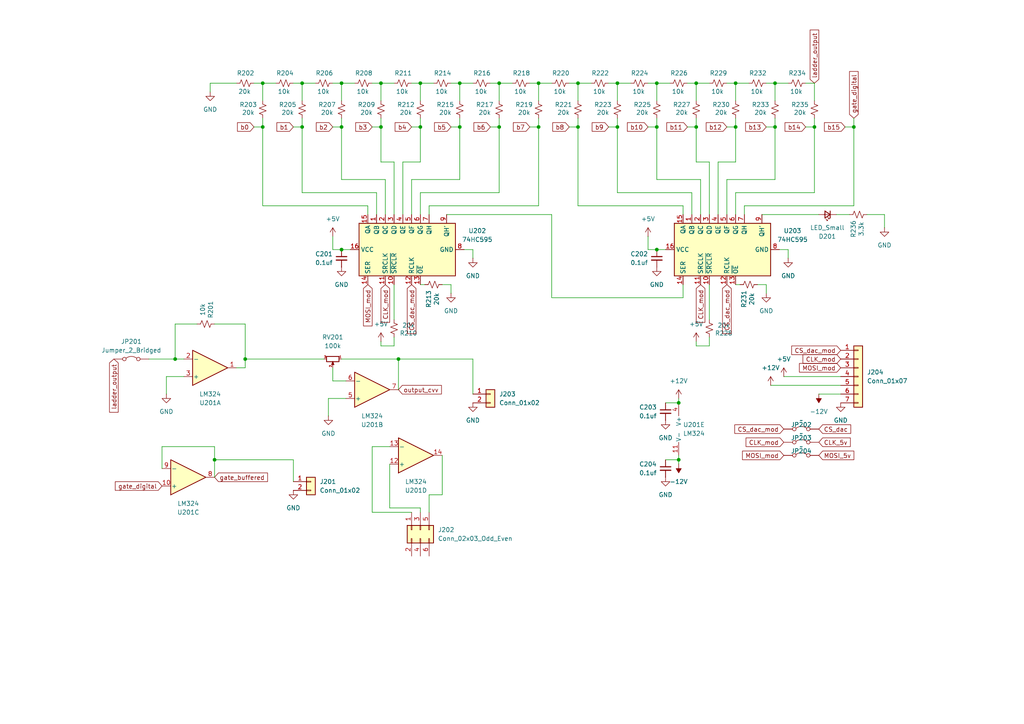
<source format=kicad_sch>
(kicad_sch (version 20250114) (generator "eeschema") (generator_version "9.0")
  (paper "A4")
  (lib_symbols
    (symbol "74xx:74HC595"
      (property "Reference" "U" (at -7.62 13.97 0))
      (property "Value" "74HC595" (at -7.62 -16.51 0))
      (symbol "74HC595_1_0"
        (pin input line (at -10.16 10.16 0) (length 2.54) (name "SER") (number "14"))
        (pin input line (at -10.16 5.08 0) (length 2.54) (name "SRCLK") (number "11"))
        (pin input line (at -10.16 2.54 0) (length 2.54) (name "~{SRCLR}") (number "10"))
        (pin input line (at -10.16 -2.54 0) (length 2.54) (name "RCLK") (number "12"))
        (pin input line (at -10.16 -5.08 0) (length 2.54) (name "~{OE}") (number "13"))
        (pin power_in line (at 0 15.24 270) (length 2.54) (name "VCC") (number "16"))
        (pin power_in line (at 0 -17.78 90) (length 2.54) (name "GND") (number "8"))
        (pin tri_state line (at 10.16 10.16 180) (length 2.54) (name "QA") (number "15"))
        (pin tri_state line (at 10.16 7.62 180) (length 2.54) (name "QB") (number "1"))
        (pin tri_state line (at 10.16 5.08 180) (length 2.54) (name "QC") (number "2"))
        (pin tri_state line (at 10.16 2.54 180) (length 2.54) (name "QD") (number "3"))
        (pin tri_state line (at 10.16 0 180) (length 2.54) (name "QE") (number "4"))
        (pin tri_state line (at 10.16 -2.54 180) (length 2.54) (name "QF") (number "5"))
        (pin tri_state line (at 10.16 -5.08 180) (length 2.54) (name "QG") (number "6"))
        (pin tri_state line (at 10.16 -7.62 180) (length 2.54) (name "QH") (number "7"))
        (pin output line (at 10.16 -12.7 180) (length 2.54) (name "QH'") (number "9"))
      )
      (symbol "74HC595_1_1"
        (rectangle (start -7.62 12.7) (end 7.62 -15.24) (stroke (width 0.254)) (fill (type background)))
      )
    )
    (symbol "Amplifier_Operational:LM324" (pin_names (offset 0.127))
      (property "Reference" "U" (at 0 5.08 0))
      (property "Value" "LM324" (at 0 -5.08 0))
      (symbol "LM324_1_1"
        (polyline (pts (xy -5.08 5.08) (xy 5.08 0) (xy -5.08 -5.08) (xy -5.08 5.08)) (stroke (width 0.254)) (fill (type background)))
        (pin input line (at -7.62 2.54 0) (length 2.54) (name "+") (number "3"))
        (pin input line (at -7.62 -2.54 0) (length 2.54) (name "-") (number "2"))
        (pin output line (at 7.62 0 180) (length 2.54) (name "~") (number "1"))
      )
      (symbol "LM324_2_1"
        (polyline (pts (xy -5.08 5.08) (xy 5.08 0) (xy -5.08 -5.08) (xy -5.08 5.08)) (stroke (width 0.254)) (fill (type background)))
        (pin input line (at -7.62 2.54 0) (length 2.54) (name "+") (number "5"))
        (pin input line (at -7.62 -2.54 0) (length 2.54) (name "-") (number "6"))
        (pin output line (at 7.62 0 180) (length 2.54) (name "~") (number "7"))
      )
      (symbol "LM324_3_1"
        (polyline (pts (xy -5.08 5.08) (xy 5.08 0) (xy -5.08 -5.08) (xy -5.08 5.08)) (stroke (width 0.254)) (fill (type background)))
        (pin input line (at -7.62 2.54 0) (length 2.54) (name "+") (number "10"))
        (pin input line (at -7.62 -2.54 0) (length 2.54) (name "-") (number "9"))
        (pin output line (at 7.62 0 180) (length 2.54) (name "~") (number "8"))
      )
      (symbol "LM324_4_1"
        (polyline (pts (xy -5.08 5.08) (xy 5.08 0) (xy -5.08 -5.08) (xy -5.08 5.08)) (stroke (width 0.254)) (fill (type background)))
        (pin input line (at -7.62 2.54 0) (length 2.54) (name "+") (number "12"))
        (pin input line (at -7.62 -2.54 0) (length 2.54) (name "-") (number "13"))
        (pin output line (at 7.62 0 180) (length 2.54) (name "~") (number "14"))
      )
      (symbol "LM324_5_1"
        (pin power_in line (at -2.54 7.62 270) (length 3.81) (name "V+") (number "4"))
        (pin power_in line (at -2.54 -7.62 90) (length 3.81) (name "V-") (number "11"))
      )
    )
    (symbol "Connector_Generic:Conn_01x02" (pin_names (offset 1.016) (hide yes))
      (property "Reference" "J" (at 0 2.54 0))
      (property "Value" "Conn_01x02" (at 0 -5.08 0))
      (symbol "Conn_01x02_1_1"
        (rectangle (start -1.27 1.27) (end 1.27 -3.81) (stroke (width 0.254)) (fill (type background)))
        (rectangle (start -1.27 0.127) (end 0 -0.127) (stroke (width 0.1524)))
        (rectangle (start -1.27 -2.413) (end 0 -2.667) (stroke (width 0.1524)))
        (pin passive line (at -5.08 0 0) (length 3.81) (name "Pin_1") (number "1"))
        (pin passive line (at -5.08 -2.54 0) (length 3.81) (name "Pin_2") (number "2"))
      )
    )
    (symbol "Connector_Generic:Conn_01x07" (pin_names (offset 1.016) (hide yes))
      (property "Reference" "J" (at 0 10.16 0))
      (property "Value" "Conn_01x07" (at 0 -10.16 0))
      (symbol "Conn_01x07_1_1"
        (rectangle (start -1.27 8.89) (end 1.27 -8.89) (stroke (width 0.254)) (fill (type background)))
        (rectangle (start -1.27 7.747) (end 0 7.493) (stroke (width 0.1524)))
        (rectangle (start -1.27 5.207) (end 0 4.953) (stroke (width 0.1524)))
        (rectangle (start -1.27 2.667) (end 0 2.413) (stroke (width 0.1524)))
        (rectangle (start -1.27 0.127) (end 0 -0.127) (stroke (width 0.1524)))
        (rectangle (start -1.27 -2.413) (end 0 -2.667) (stroke (width 0.1524)))
        (rectangle (start -1.27 -4.953) (end 0 -5.207) (stroke (width 0.1524)))
        (rectangle (start -1.27 -7.493) (end 0 -7.747) (stroke (width 0.1524)))
        (pin passive line (at -5.08 7.62 0) (length 3.81) (name "Pin_1") (number "1"))
        (pin passive line (at -5.08 5.08 0) (length 3.81) (name "Pin_2") (number "2"))
        (pin passive line (at -5.08 2.54 0) (length 3.81) (name "Pin_3") (number "3"))
        (pin passive line (at -5.08 0 0) (length 3.81) (name "Pin_4") (number "4"))
        (pin passive line (at -5.08 -2.54 0) (length 3.81) (name "Pin_5") (number "5"))
        (pin passive line (at -5.08 -5.08 0) (length 3.81) (name "Pin_6") (number "6"))
        (pin passive line (at -5.08 -7.62 0) (length 3.81) (name "Pin_7") (number "7"))
      )
    )
    (symbol "Connector_Generic:Conn_02x03_Odd_Even" (pin_names (offset 1.016) (hide yes))
      (property "Reference" "J" (at 1.27 5.08 0))
      (property "Value" "Conn_02x03_Odd_Even" (at 1.27 -5.08 0))
      (symbol "Conn_02x03_Odd_Even_1_1"
        (rectangle (start -1.27 3.81) (end 3.81 -3.81) (stroke (width 0.254)) (fill (type background)))
        (rectangle (start -1.27 2.667) (end 0 2.413) (stroke (width 0.1524)))
        (rectangle (start -1.27 0.127) (end 0 -0.127) (stroke (width 0.1524)))
        (rectangle (start -1.27 -2.413) (end 0 -2.667) (stroke (width 0.1524)))
        (rectangle (start 3.81 2.667) (end 2.54 2.413) (stroke (width 0.1524)))
        (rectangle (start 3.81 0.127) (end 2.54 -0.127) (stroke (width 0.1524)))
        (rectangle (start 3.81 -2.413) (end 2.54 -2.667) (stroke (width 0.1524)))
        (pin passive line (at -5.08 2.54 0) (length 3.81) (name "Pin_1") (number "1"))
        (pin passive line (at -5.08 0 0) (length 3.81) (name "Pin_3") (number "3"))
        (pin passive line (at -5.08 -2.54 0) (length 3.81) (name "Pin_5") (number "5"))
        (pin passive line (at 7.62 2.54 180) (length 3.81) (name "Pin_2") (number "2"))
        (pin passive line (at 7.62 0 180) (length 3.81) (name "Pin_4") (number "4"))
        (pin passive line (at 7.62 -2.54 180) (length 3.81) (name "Pin_6") (number "6"))
      )
    )
    (symbol "Device:C_Small" (pin_numbers (hide yes)) (pin_names (offset 0.254) (hide yes))
      (property "Reference" "C" (at 0.254 1.778 0))
      (property "Value" "C_Small" (at 0.254 -2.032 0))
      (symbol "C_Small_0_1"
        (polyline (pts (xy -1.524 0.508) (xy 1.524 0.508)) (stroke (width 0.3048)))
        (polyline (pts (xy -1.524 -0.508) (xy 1.524 -0.508)) (stroke (width 0.3302)))
      )
      (symbol "C_Small_1_1"
        (pin passive line (at 0 2.54 270) (length 2.032) (name "~") (number "1"))
        (pin passive line (at 0 -2.54 90) (length 2.032) (name "~") (number "2"))
      )
    )
    (symbol "Device:LED_Small" (pin_numbers (hide yes)) (pin_names (offset 0.254) (hide yes))
      (property "Reference" "D" (at -1.27 3.175 0))
      (property "Value" "LED_Small" (at -4.445 -2.54 0))
      (symbol "LED_Small_0_1"
        (polyline (pts (xy -0.762 -1.016) (xy -0.762 1.016)) (stroke (width 0.254)))
        (polyline (pts (xy 0 0.762) (xy -0.508 1.27) (xy -0.254 1.27) (xy -0.508 1.27) (xy -0.508 1.016)))
        (polyline (pts (xy 0.508 1.27) (xy 0 1.778) (xy 0.254 1.778) (xy 0 1.778) (xy 0 1.524)))
        (polyline (pts (xy 0.762 -1.016) (xy -0.762 0) (xy 0.762 1.016) (xy 0.762 -1.016)) (stroke (width 0.254)))
        (polyline (pts (xy 1.016 0) (xy -0.762 0)))
      )
      (symbol "LED_Small_1_1"
        (pin passive line (at -2.54 0 0) (length 1.778) (name "K") (number "1"))
        (pin passive line (at 2.54 0 180) (length 1.778) (name "A") (number "2"))
      )
    )
    (symbol "Device:R_Potentiometer_Small" (pin_names (offset 1.016) (hide yes))
      (property "Reference" "RV" (at -4.445 0 90))
      (property "Value" "R_Potentiometer_Small" (at -2.54 0 90))
      (symbol "R_Potentiometer_Small_0_1"
        (rectangle (start 0.762 1.8034) (end -0.762 -1.8034) (stroke (width 0.254)))
        (polyline (pts (xy 0.889 0) (xy 0.635 0) (xy 1.651 0.381) (xy 1.651 -0.381) (xy 0.635 0) (xy 0.889 0)) (fill (type outline)))
      )
      (symbol "R_Potentiometer_Small_1_1"
        (pin passive line (at 0 2.54 270) (length 0.635) (name "1") (number "1"))
        (pin passive line (at 0 -2.54 90) (length 0.635) (name "3") (number "3"))
        (pin passive line (at 2.54 0 180) (length 0.9906) (name "2") (number "2"))
      )
    )
    (symbol "Device:R_Small_US" (pin_numbers (hide yes)) (pin_names (offset 0.254) (hide yes))
      (property "Reference" "R" (at 0.762 0.508 0))
      (property "Value" "R_Small_US" (at 0.762 -1.016 0))
      (symbol "R_Small_US_1_1"
        (polyline (pts (xy 0 1.524) (xy 1.016 1.143) (xy 0 0.762) (xy -1.016 0.381) (xy 0 0)))
        (polyline (pts (xy 0 0) (xy 1.016 -0.381) (xy 0 -0.762) (xy -1.016 -1.143) (xy 0 -1.524)))
        (pin passive line (at 0 2.54 270) (length 1.016) (name "~") (number "1"))
        (pin passive line (at 0 -2.54 90) (length 1.016) (name "~") (number "2"))
      )
    )
    (symbol "Jumper:Jumper_2_Bridged" (pin_numbers (hide yes)) (pin_names (offset 0) (hide yes))
      (property "Reference" "JP" (at 0 1.905 0))
      (property "Value" "Jumper_2_Bridged" (at 0 -2.54 0))
      (symbol "Jumper_2_Bridged_0_0"
        (circle (center -2.032 0) (radius 0.508))
        (circle (center 2.032 0) (radius 0.508))
      )
      (symbol "Jumper_2_Bridged_0_1"
        (arc (start -1.524 0.254) (mid 0 0.762) (end 1.524 0.254))
      )
      (symbol "Jumper_2_Bridged_1_1"
        (pin passive line (at -5.08 0 0) (length 2.54) (name "A") (number "1"))
        (pin passive line (at 5.08 0 180) (length 2.54) (name "B") (number "2"))
      )
    )
    (symbol "power:+12V" (power) (pin_numbers (hide yes)) (pin_names (offset 0) (hide yes))
      (property "Value" "+12V" (at 0 3.556 0))
      (symbol "+12V_0_1"
        (polyline (pts (xy -0.762 1.27) (xy 0 2.54)))
        (polyline (pts (xy 0 2.54) (xy 0.762 1.27)))
        (polyline (pts (xy 0 0) (xy 0 2.54)))
      )
      (symbol "+12V_1_1"
        (pin power_in line (at 0 0 90) (length 0) (name "~") (number "1"))
      )
    )
    (symbol "power:+5V" (power) (pin_numbers (hide yes)) (pin_names (offset 0) (hide yes))
      (property "Value" "+5V" (at 0 3.556 0))
      (symbol "+5V_0_1"
        (polyline (pts (xy -0.762 1.27) (xy 0 2.54)))
        (polyline (pts (xy 0 2.54) (xy 0.762 1.27)))
        (polyline (pts (xy 0 0) (xy 0 2.54)))
      )
      (symbol "+5V_1_1"
        (pin power_in line (at 0 0 90) (length 0) (name "~") (number "1"))
      )
    )
    (symbol "power:-12V" (power) (pin_numbers (hide yes)) (pin_names (offset 0) (hide yes))
      (property "Value" "-12V" (at 0 3.556 0))
      (symbol "-12V_0_0"
        (pin power_in line (at 0 0 90) (length 0) (name "~") (number "1"))
      )
      (symbol "-12V_0_1"
        (polyline (pts (xy 0 0) (xy 0 1.27) (xy 0.762 1.27) (xy 0 2.54) (xy -0.762 1.27) (xy 0 1.27)) (fill (type outline)))
      )
    )
    (symbol "power:GND" (power) (pin_numbers (hide yes)) (pin_names (offset 0) (hide yes))
      (property "Value" "GND" (at 0 -3.81 0))
      (symbol "GND_0_1"
        (polyline (pts (xy 0 0) (xy 0 -1.27) (xy 1.27 -1.27) (xy 0 -2.54) (xy -1.27 -1.27) (xy 0 -1.27)))
      )
      (symbol "GND_1_1"
        (pin power_in line (at 0 0 270) (length 0) (name "~") (number "1"))
      )
    )
  )
  (junction (at 121.92 36.83))
  (junction (at 144.78 24.13))
  (junction (at 156.21 36.83))
  (junction (at 190.5 72.39))
  (junction (at 213.36 36.83))
  (junction (at 213.36 24.13))
  (junction (at 224.79 24.13))
  (junction (at 144.78 36.83))
  (junction (at 167.64 36.83))
  (junction (at 167.64 24.13))
  (junction (at 133.35 36.83))
  (junction (at 196.85 133.35))
  (junction (at 110.49 24.13))
  (junction (at 71.12 104.14))
  (junction (at 76.2 36.83))
  (junction (at 201.93 24.13))
  (junction (at 87.63 24.13))
  (junction (at 190.5 36.83))
  (junction (at 190.5 24.13))
  (junction (at 50.8 104.14))
  (junction (at 87.63 36.83))
  (junction (at 236.22 36.83))
  (junction (at 121.92 24.13))
  (junction (at 110.49 36.83))
  (junction (at 156.21 24.13))
  (junction (at 224.79 36.83))
  (junction (at 179.07 24.13))
  (junction (at 99.06 36.83))
  (junction (at 196.85 116.84))
  (junction (at 115.57 104.14))
  (junction (at 201.93 36.83))
  (junction (at 133.35 24.13))
  (junction (at 99.06 72.39))
  (junction (at 247.65 36.83))
  (junction (at 179.07 36.83))
  (junction (at 99.06 24.13))
  (junction (at 76.2 24.13))
  (junction (at 62.23 133.35))
  (wire (pts (xy 190.5 34.29) (xy 190.5 36.83)))
  (wire (pts (xy 114.3 62.23) (xy 114.3 46.99)))
  (wire (pts (xy 237.49 114.3) (xy 243.84 114.3)))
  (wire (pts (xy 247.65 36.83) (xy 247.65 34.29)))
  (wire (pts (xy 205.74 82.55) (xy 205.74 92.71)))
  (wire (pts (xy 153.67 24.13) (xy 156.21 24.13)))
  (wire (pts (xy 107.95 36.83) (xy 110.49 36.83)))
  (wire (pts (xy 85.09 139.7) (xy 85.09 133.35)))
  (wire (pts (xy 95.25 120.65) (xy 95.25 115.57)))
  (wire (pts (xy 114.3 46.99) (xy 110.49 46.99)))
  (wire (pts (xy 128.27 143.51) (xy 128.27 132.08)))
  (wire (pts (xy 213.36 36.83) (xy 213.36 34.29)))
  (wire (pts (xy 110.49 24.13) (xy 114.3 24.13)))
  (wire (pts (xy 213.36 24.13) (xy 213.36 29.21)))
  (wire (pts (xy 236.22 36.83) (xy 236.22 34.29)))
  (wire (pts (xy 203.2 62.23) (xy 203.2 52.07)))
  (wire (pts (xy 76.2 59.69) (xy 76.2 36.83)))
  (wire (pts (xy 167.64 24.13) (xy 171.45 24.13)))
  (wire (pts (xy 124.46 148.59) (xy 124.46 143.51)))
  (wire (pts (xy 109.22 55.88) (xy 87.63 55.88)))
  (wire (pts (xy 110.49 100.33) (xy 114.3 100.33)))
  (wire (pts (xy 96.52 36.83) (xy 99.06 36.83)))
  (wire (pts (xy 156.21 24.13) (xy 160.02 24.13)))
  (wire (pts (xy 121.92 24.13) (xy 121.92 29.21)))
  (wire (pts (xy 76.2 24.13) (xy 76.2 29.21)))
  (wire (pts (xy 190.5 24.13) (xy 190.5 29.21)))
  (wire (pts (xy 119.38 36.83) (xy 121.92 36.83)))
  (wire (pts (xy 133.35 24.13) (xy 137.16 24.13)))
  (wire (pts (xy 201.93 24.13) (xy 201.93 29.21)))
  (wire (pts (xy 121.92 147.32) (xy 121.92 148.59)))
  (wire (pts (xy 156.21 36.83) (xy 156.21 34.29)))
  (wire (pts (xy 115.57 104.14) (xy 99.06 104.14)))
  (wire (pts (xy 201.93 46.99) (xy 201.93 36.83)))
  (wire (pts (xy 213.36 24.13) (xy 217.17 24.13)))
  (wire (pts (xy 130.81 24.13) (xy 133.35 24.13)))
  (wire (pts (xy 62.23 133.35) (xy 62.23 138.43)))
  (wire (pts (xy 121.92 55.88) (xy 144.78 55.88)))
  (wire (pts (xy 176.53 36.83) (xy 179.07 36.83)))
  (wire (pts (xy 124.46 62.23) (xy 124.46 59.69)))
  (wire (pts (xy 179.07 24.13) (xy 179.07 29.21)))
  (wire (pts (xy 119.38 52.07) (xy 133.35 52.07)))
  (wire (pts (xy 76.2 36.83) (xy 76.2 34.29)))
  (wire (pts (xy 121.92 62.23) (xy 121.92 55.88)))
  (wire (pts (xy 116.84 46.99) (xy 121.92 46.99)))
  (wire (pts (xy 71.12 93.98) (xy 71.12 104.14)))
  (wire (pts (xy 196.85 133.35) (xy 196.85 134.62)))
  (wire (pts (xy 71.12 93.98) (xy 62.23 93.98)))
  (wire (pts (xy 99.06 34.29) (xy 99.06 36.83)))
  (wire (pts (xy 115.57 104.14) (xy 137.16 104.14)))
  (wire (pts (xy 73.66 36.83) (xy 76.2 36.83)))
  (wire (pts (xy 124.46 143.51) (xy 128.27 143.51)))
  (wire (pts (xy 222.25 36.83) (xy 224.79 36.83)))
  (wire (pts (xy 85.09 36.83) (xy 87.63 36.83)))
  (wire (pts (xy 110.49 24.13) (xy 110.49 29.21)))
  (wire (pts (xy 153.67 36.83) (xy 156.21 36.83)))
  (wire (pts (xy 121.92 46.99) (xy 121.92 36.83)))
  (wire (pts (xy 210.82 36.83) (xy 213.36 36.83)))
  (wire (pts (xy 96.52 110.49) (xy 100.33 110.49)))
  (wire (pts (xy 85.09 133.35) (xy 62.23 133.35)))
  (wire (pts (xy 208.28 62.23) (xy 208.28 46.99)))
  (wire (pts (xy 156.21 24.13) (xy 156.21 29.21)))
  (wire (pts (xy 215.9 59.69) (xy 247.65 59.69)))
  (wire (pts (xy 205.74 62.23) (xy 205.74 46.99)))
  (wire (pts (xy 57.15 93.98) (xy 50.8 93.98)))
  (wire (pts (xy 48.26 109.22) (xy 53.34 109.22)))
  (wire (pts (xy 219.71 82.55) (xy 222.25 82.55)))
  (wire (pts (xy 201.93 24.13) (xy 205.74 24.13)))
  (wire (pts (xy 60.96 26.67) (xy 60.96 24.13)))
  (wire (pts (xy 190.5 36.83) (xy 190.5 52.07)))
  (wire (pts (xy 96.52 68.58) (xy 96.52 72.39)))
  (wire (pts (xy 96.52 72.39) (xy 99.06 72.39)))
  (wire (pts (xy 224.79 36.83) (xy 224.79 34.29)))
  (wire (pts (xy 110.49 99.06) (xy 110.49 100.33)))
  (wire (pts (xy 134.62 72.39) (xy 137.16 72.39)))
  (wire (pts (xy 96.52 24.13) (xy 99.06 24.13)))
  (wire (pts (xy 99.06 72.39) (xy 101.6 72.39)))
  (wire (pts (xy 130.81 82.55) (xy 130.81 85.09)))
  (wire (pts (xy 242.57 62.23) (xy 246.38 62.23)))
  (wire (pts (xy 95.25 115.57) (xy 100.33 115.57)))
  (wire (pts (xy 93.98 104.14) (xy 71.12 104.14)))
  (wire (pts (xy 200.66 62.23) (xy 200.66 55.88)))
  (wire (pts (xy 107.95 129.54) (xy 113.03 129.54)))
  (wire (pts (xy 199.39 24.13) (xy 201.93 24.13)))
  (wire (pts (xy 87.63 24.13) (xy 91.44 24.13)))
  (wire (pts (xy 198.12 59.69) (xy 167.64 59.69)))
  (wire (pts (xy 199.39 36.83) (xy 201.93 36.83)))
  (wire (pts (xy 130.81 36.83) (xy 133.35 36.83)))
  (wire (pts (xy 213.36 55.88) (xy 236.22 55.88)))
  (wire (pts (xy 196.85 115.57) (xy 196.85 116.84)))
  (wire (pts (xy 109.22 62.23) (xy 109.22 55.88)))
  (wire (pts (xy 198.12 59.69) (xy 198.12 62.23)))
  (wire (pts (xy 144.78 24.13) (xy 148.59 24.13)))
  (wire (pts (xy 128.27 82.55) (xy 130.81 82.55)))
  (wire (pts (xy 233.68 36.83) (xy 236.22 36.83)))
  (wire (pts (xy 201.93 99.06) (xy 201.93 100.33)))
  (wire (pts (xy 62.23 129.54) (xy 62.23 133.35)))
  (wire (pts (xy 46.99 129.54) (xy 46.99 135.89)))
  (wire (pts (xy 129.54 62.23) (xy 160.02 62.23)))
  (wire (pts (xy 179.07 36.83) (xy 179.07 55.88)))
  (wire (pts (xy 213.36 46.99) (xy 213.36 36.83)))
  (wire (pts (xy 201.93 36.83) (xy 201.93 34.29)))
  (wire (pts (xy 198.12 86.36) (xy 198.12 82.55)))
  (wire (pts (xy 160.02 62.23) (xy 160.02 86.36)))
  (wire (pts (xy 121.92 24.13) (xy 125.73 24.13)))
  (wire (pts (xy 224.79 24.13) (xy 228.6 24.13)))
  (wire (pts (xy 76.2 24.13) (xy 80.01 24.13)))
  (wire (pts (xy 165.1 36.83) (xy 167.64 36.83)))
  (wire (pts (xy 176.53 24.13) (xy 179.07 24.13)))
  (wire (pts (xy 187.96 24.13) (xy 190.5 24.13)))
  (wire (pts (xy 119.38 148.59) (xy 107.95 148.59)))
  (wire (pts (xy 142.24 24.13) (xy 144.78 24.13)))
  (wire (pts (xy 210.82 24.13) (xy 213.36 24.13)))
  (wire (pts (xy 203.2 52.07) (xy 190.5 52.07)))
  (wire (pts (xy 213.36 62.23) (xy 213.36 55.88)))
  (wire (pts (xy 160.02 86.36) (xy 198.12 86.36)))
  (wire (pts (xy 190.5 24.13) (xy 194.31 24.13)))
  (wire (pts (xy 215.9 62.23) (xy 215.9 59.69)))
  (wire (pts (xy 114.3 82.55) (xy 114.3 92.71)))
  (wire (pts (xy 201.93 100.33) (xy 205.74 100.33)))
  (wire (pts (xy 179.07 34.29) (xy 179.07 36.83)))
  (wire (pts (xy 227.33 109.22) (xy 243.84 109.22)))
  (wire (pts (xy 121.92 36.83) (xy 121.92 34.29)))
  (wire (pts (xy 210.82 62.23) (xy 210.82 52.07)))
  (wire (pts (xy 187.96 72.39) (xy 190.5 72.39)))
  (wire (pts (xy 50.8 93.98) (xy 50.8 104.14)))
  (wire (pts (xy 62.23 129.54) (xy 46.99 129.54)))
  (wire (pts (xy 43.18 104.14) (xy 50.8 104.14)))
  (wire (pts (xy 119.38 62.23) (xy 119.38 52.07)))
  (wire (pts (xy 236.22 55.88) (xy 236.22 36.83)))
  (wire (pts (xy 256.54 66.04) (xy 256.54 62.23)))
  (wire (pts (xy 99.06 24.13) (xy 102.87 24.13)))
  (wire (pts (xy 110.49 46.99) (xy 110.49 36.83)))
  (wire (pts (xy 208.28 46.99) (xy 213.36 46.99)))
  (wire (pts (xy 87.63 24.13) (xy 87.63 29.21)))
  (wire (pts (xy 236.22 24.13) (xy 236.22 29.21)))
  (wire (pts (xy 223.52 111.76) (xy 243.84 111.76)))
  (wire (pts (xy 187.96 68.58) (xy 187.96 72.39)))
  (wire (pts (xy 50.8 104.14) (xy 53.34 104.14)))
  (wire (pts (xy 85.09 24.13) (xy 87.63 24.13)))
  (wire (pts (xy 107.95 24.13) (xy 110.49 24.13)))
  (wire (pts (xy 107.95 148.59) (xy 107.95 129.54)))
  (wire (pts (xy 48.26 114.3) (xy 48.26 109.22)))
  (wire (pts (xy 167.64 24.13) (xy 167.64 29.21)))
  (wire (pts (xy 196.85 132.08) (xy 196.85 133.35)))
  (wire (pts (xy 106.68 59.69) (xy 76.2 59.69)))
  (wire (pts (xy 142.24 36.83) (xy 144.78 36.83)))
  (wire (pts (xy 110.49 36.83) (xy 110.49 34.29)))
  (wire (pts (xy 87.63 34.29) (xy 87.63 36.83)))
  (wire (pts (xy 123.19 82.55) (xy 121.92 82.55)))
  (wire (pts (xy 133.35 24.13) (xy 133.35 29.21)))
  (wire (pts (xy 106.68 59.69) (xy 106.68 62.23)))
  (wire (pts (xy 111.76 52.07) (xy 99.06 52.07)))
  (wire (pts (xy 210.82 52.07) (xy 224.79 52.07)))
  (wire (pts (xy 96.52 106.68) (xy 96.52 110.49)))
  (wire (pts (xy 165.1 24.13) (xy 167.64 24.13)))
  (wire (pts (xy 113.03 147.32) (xy 121.92 147.32)))
  (wire (pts (xy 113.03 134.62) (xy 113.03 147.32)))
  (wire (pts (xy 190.5 72.39) (xy 193.04 72.39)))
  (wire (pts (xy 222.25 82.55) (xy 222.25 85.09)))
  (wire (pts (xy 245.11 36.83) (xy 247.65 36.83)))
  (wire (pts (xy 214.63 82.55) (xy 213.36 82.55)))
  (wire (pts (xy 99.06 24.13) (xy 99.06 29.21)))
  (wire (pts (xy 224.79 24.13) (xy 224.79 29.21)))
  (wire (pts (xy 116.84 62.23) (xy 116.84 46.99)))
  (wire (pts (xy 205.74 46.99) (xy 201.93 46.99)))
  (wire (pts (xy 156.21 59.69) (xy 156.21 36.83)))
  (wire (pts (xy 137.16 72.39) (xy 137.16 74.93)))
  (wire (pts (xy 87.63 36.83) (xy 87.63 55.88)))
  (wire (pts (xy 205.74 100.33) (xy 205.74 97.79)))
  (wire (pts (xy 228.6 74.93) (xy 228.6 72.39)))
  (wire (pts (xy 68.58 106.68) (xy 71.12 106.68)))
  (wire (pts (xy 144.78 55.88) (xy 144.78 36.83)))
  (wire (pts (xy 179.07 24.13) (xy 182.88 24.13)))
  (wire (pts (xy 167.64 59.69) (xy 167.64 36.83)))
  (wire (pts (xy 71.12 104.14) (xy 71.12 106.68)))
  (wire (pts (xy 167.64 36.83) (xy 167.64 34.29)))
  (wire (pts (xy 124.46 59.69) (xy 156.21 59.69)))
  (wire (pts (xy 133.35 36.83) (xy 133.35 34.29)))
  (wire (pts (xy 256.54 62.23) (xy 251.46 62.23)))
  (wire (pts (xy 193.04 116.84) (xy 196.85 116.84)))
  (wire (pts (xy 144.78 24.13) (xy 144.78 29.21)))
  (wire (pts (xy 115.57 113.03) (xy 115.57 104.14)))
  (wire (pts (xy 193.04 133.35) (xy 196.85 133.35)))
  (wire (pts (xy 99.06 36.83) (xy 99.06 52.07)))
  (wire (pts (xy 133.35 52.07) (xy 133.35 36.83)))
  (wire (pts (xy 73.66 24.13) (xy 76.2 24.13)))
  (wire (pts (xy 247.65 59.69) (xy 247.65 36.83)))
  (wire (pts (xy 111.76 62.23) (xy 111.76 52.07)))
  (wire (pts (xy 228.6 72.39) (xy 226.06 72.39)))
  (wire (pts (xy 60.96 24.13) (xy 68.58 24.13)))
  (wire (pts (xy 222.25 24.13) (xy 224.79 24.13)))
  (wire (pts (xy 144.78 36.83) (xy 144.78 34.29)))
  (wire (pts (xy 233.68 24.13) (xy 236.22 24.13)))
  (wire (pts (xy 224.79 52.07) (xy 224.79 36.83)))
  (wire (pts (xy 220.98 62.23) (xy 237.49 62.23)))
  (wire (pts (xy 200.66 55.88) (xy 179.07 55.88)))
  (wire (pts (xy 114.3 100.33) (xy 114.3 97.79)))
  (wire (pts (xy 119.38 24.13) (xy 121.92 24.13)))
  (wire (pts (xy 187.96 36.83) (xy 190.5 36.83)))
  (wire (pts (xy 137.16 114.3) (xy 137.16 104.14)))
  (global_label "ladder_output" (shape input) (at 33.02 104.14 270) (property "Intersheetrefs" "${INTERSHEET_REFS}" (effects (hide yes))))
  (global_label "MOSI_mod" (shape input) (at 227.33 132.08 180) (property "Intersheetrefs" "${INTERSHEET_REFS}" (effects (hide yes))))
  (global_label "b2" (shape input) (at 96.52 36.83 180) (property "Intersheetrefs" "${INTERSHEET_REFS}" (effects (hide yes))))
  (global_label "CS_dac_mod" (shape input) (at 227.33 124.46 180) (property "Intersheetrefs" "${INTERSHEET_REFS}" (effects (hide yes))))
  (global_label "CLK_mod" (shape input) (at 243.84 104.14 180) (property "Intersheetrefs" "${INTERSHEET_REFS}" (effects (hide yes))))
  (global_label "gate_digital" (shape input) (at 247.65 34.29 90) (property "Intersheetrefs" "${INTERSHEET_REFS}" (effects (hide yes))))
  (global_label "b7" (shape input) (at 153.67 36.83 180) (property "Intersheetrefs" "${INTERSHEET_REFS}" (effects (hide yes))))
  (global_label "gate_buffered" (shape input) (at 62.23 138.43 0) (property "Intersheetrefs" "${INTERSHEET_REFS}" (effects (hide yes))))
  (global_label "output_cvv" (shape input) (at 115.57 113.03 0) (property "Intersheetrefs" "${INTERSHEET_REFS}" (effects (hide yes))))
  (global_label "CLK_mod" (shape input) (at 227.33 128.27 180) (property "Intersheetrefs" "${INTERSHEET_REFS}" (effects (hide yes))))
  (global_label "MOSI_mod" (shape input) (at 243.84 106.68 180) (property "Intersheetrefs" "${INTERSHEET_REFS}" (effects (hide yes))))
  (global_label "b8" (shape input) (at 165.1 36.83 180) (property "Intersheetrefs" "${INTERSHEET_REFS}" (effects (hide yes))))
  (global_label "CS_dac_mod" (shape input) (at 243.84 101.6 180) (property "Intersheetrefs" "${INTERSHEET_REFS}" (effects (hide yes))))
  (global_label "b10" (shape input) (at 187.96 36.83 180) (property "Intersheetrefs" "${INTERSHEET_REFS}" (effects (hide yes))))
  (global_label "CLK_mod" (shape input) (at 203.2 82.55 270) (property "Intersheetrefs" "${INTERSHEET_REFS}" (effects (hide yes))))
  (global_label "ladder_output" (shape input) (at 236.22 24.13 90) (property "Intersheetrefs" "${INTERSHEET_REFS}" (effects (hide yes))))
  (global_label "CS_dac_mod" (shape input) (at 210.82 82.55 270) (property "Intersheetrefs" "${INTERSHEET_REFS}" (effects (hide yes))))
  (global_label "b9" (shape input) (at 176.53 36.83 180) (property "Intersheetrefs" "${INTERSHEET_REFS}" (effects (hide yes))))
  (global_label "CLK_mod" (shape input) (at 111.76 82.55 270) (property "Intersheetrefs" "${INTERSHEET_REFS}" (effects (hide yes))))
  (global_label "MOSI_5v" (shape input) (at 237.49 132.08 0) (property "Intersheetrefs" "${INTERSHEET_REFS}" (effects (hide yes))))
  (global_label "b0" (shape input) (at 73.66 36.83 180) (property "Intersheetrefs" "${INTERSHEET_REFS}" (effects (hide yes))))
  (global_label "b6" (shape input) (at 142.24 36.83 180) (property "Intersheetrefs" "${INTERSHEET_REFS}" (effects (hide yes))))
  (global_label "CS_dac_mod" (shape input) (at 119.38 82.55 270) (property "Intersheetrefs" "${INTERSHEET_REFS}" (effects (hide yes))))
  (global_label "CLK_5v" (shape input) (at 237.49 128.27 0) (property "Intersheetrefs" "${INTERSHEET_REFS}" (effects (hide yes))))
  (global_label "b11" (shape input) (at 199.39 36.83 180) (property "Intersheetrefs" "${INTERSHEET_REFS}" (effects (hide yes))))
  (global_label "CS_dac" (shape input) (at 237.49 124.46 0) (property "Intersheetrefs" "${INTERSHEET_REFS}" (effects (hide yes))))
  (global_label "b5" (shape input) (at 130.81 36.83 180) (property "Intersheetrefs" "${INTERSHEET_REFS}" (effects (hide yes))))
  (global_label "MOSI_mod" (shape input) (at 106.68 82.55 270) (property "Intersheetrefs" "${INTERSHEET_REFS}" (effects (hide yes))))
  (global_label "b14" (shape input) (at 233.68 36.83 180) (property "Intersheetrefs" "${INTERSHEET_REFS}" (effects (hide yes))))
  (global_label "gate_digital" (shape input) (at 46.99 140.97 180) (property "Intersheetrefs" "${INTERSHEET_REFS}" (effects (hide yes))))
  (global_label "b12" (shape input) (at 210.82 36.83 180) (property "Intersheetrefs" "${INTERSHEET_REFS}" (effects (hide yes))))
  (global_label "b4" (shape input) (at 119.38 36.83 180) (property "Intersheetrefs" "${INTERSHEET_REFS}" (effects (hide yes))))
  (global_label "b13" (shape input) (at 222.25 36.83 180) (property "Intersheetrefs" "${INTERSHEET_REFS}" (effects (hide yes))))
  (global_label "b3" (shape input) (at 107.95 36.83 180) (property "Intersheetrefs" "${INTERSHEET_REFS}" (effects (hide yes))))
  (global_label "b15" (shape input) (at 245.11 36.83 180) (property "Intersheetrefs" "${INTERSHEET_REFS}" (effects (hide yes))))
  (global_label "b1" (shape input) (at 85.09 36.83 180) (property "Intersheetrefs" "${INTERSHEET_REFS}" (effects (hide yes))))
  (symbol (lib_id "Device:R_Small_US") (at 99.06 31.75 180) (unit 1)
    (property "Reference" "R207" (at 94.869 30.353 0))
    (property "Value" "20k" (at 94.869 32.639 0))
    (property "Footprint" "Resistor_SMD:R_0805_2012Metric_Pad1.20x1.40mm_HandSolder" (effects (hide yes)))
    (property "Description" "Resistor, small US symbol" (effects (hide yes)))
  )
  (symbol (lib_id "Device:R_Small_US") (at 217.17 82.55 270) (unit 1)
    (property "Reference" "R231" (at 215.773 86.741 0))
    (property "Value" "20k" (at 218.059 86.741 0))
    (property "Footprint" "Resistor_SMD:R_0805_2012Metric_Pad1.20x1.40mm_HandSolder" (effects (hide yes)))
    (property "Description" "Resistor, small US symbol" (effects (hide yes)))
  )
  (symbol (lib_id "Jumper:Jumper_2_Bridged") (at 232.41 124.46 0) (unit 1)
    (property "Reference" "JP202" (at 232.41 123.19 0))
    (property "Value" "~" (at 232.41 121.92 0))
    (property "Footprint" "Connector_PinSocket_2.54mm:PinSocket_1x02_P2.54mm_Vertical" (effects (hide yes)))
    (property "Description" "Jumper, 2-pole, closed/bridged" (effects (hide yes)))
  )
  (symbol (lib_id "power:GND") (at 193.04 138.43 0) (unit 1)
    (property "Reference" "#PWR0214" (effects (hide yes)))
    (property "Value" "GND" (at 193.04 143.51 0))
    (property "Description" "Power symbol creates a global label with name \"GND\" , ground" (effects (hide yes)))
  )
  (symbol (lib_id "Device:R_Small_US") (at 105.41 24.13 90) (unit 1)
    (property "Reference" "R208" (at 108.077 21.209 90) (effects (justify left)))
    (property "Value" "10k" (at 107.061 26.543 90) (effects (justify left)))
    (property "Footprint" "Resistor_SMD:R_0805_2012Metric_Pad1.20x1.40mm_HandSolder" (effects (hide yes)))
    (property "Description" "Resistor, small US symbol" (effects (hide yes)))
  )
  (symbol (lib_id "Amplifier_Operational:LM324") (at 60.96 106.68 0) (mirror x) (unit 1)
    (property "Reference" "U201" (at 60.96 116.84 0))
    (property "Value" "LM324" (at 60.96 114.3 0))
    (property "Footprint" "Package_DIP:CERDIP-14_W7.62mm_SideBrazed_LongPads" (effects (hide yes)))
    (property "Datasheet" "http://www.ti.com/lit/ds/symlink/lm2902-n.pdf" (effects (hide yes)))
    (property "Description" "Low-Power, Quad-Operational Amplifiers, DIP-14/SOIC-14/SSOP-14" (effects (hide yes)))
  )
  (symbol (lib_id "Device:R_Small_US") (at 248.92 62.23 270) (unit 1)
    (property "Reference" "R236" (at 247.523 66.421 0))
    (property "Value" "3.3k" (at 249.809 66.421 0))
    (property "Footprint" "Resistor_SMD:R_0805_2012Metric_Pad1.20x1.40mm_HandSolder" (effects (hide yes)))
    (property "Description" "Resistor, small US symbol" (effects (hide yes)))
  )
  (symbol (lib_id "power:GND") (at 256.54 66.04 0) (unit 1)
    (property "Reference" "#PWR0224" (effects (hide yes)))
    (property "Value" "GND" (at 256.54 71.12 0))
    (property "Description" "Power symbol creates a global label with name \"GND\" , ground" (effects (hide yes)))
  )
  (symbol (lib_id "Device:R_Small_US") (at 121.92 31.75 180) (unit 1)
    (property "Reference" "R212" (at 117.729 30.353 0))
    (property "Value" "20k" (at 117.729 32.639 0))
    (property "Footprint" "Resistor_SMD:R_0805_2012Metric_Pad1.20x1.40mm_HandSolder" (effects (hide yes)))
    (property "Description" "Resistor, small US symbol" (effects (hide yes)))
  )
  (symbol (lib_id "Device:R_Small_US") (at 162.56 24.13 90) (unit 1)
    (property "Reference" "R220" (at 165.227 21.209 90) (effects (justify left)))
    (property "Value" "10k" (at 164.211 26.543 90) (effects (justify left)))
    (property "Footprint" "Resistor_SMD:R_0805_2012Metric_Pad1.20x1.40mm_HandSolder" (effects (hide yes)))
    (property "Description" "Resistor, small US symbol" (effects (hide yes)))
  )
  (symbol (lib_id "power:GND") (at 193.04 121.92 0) (unit 1)
    (property "Reference" "#PWR0213" (effects (hide yes)))
    (property "Value" "GND" (at 193.04 127 0))
    (property "Description" "Power symbol creates a global label with name \"GND\" , ground" (effects (hide yes)))
  )
  (symbol (lib_id "power:GND") (at 85.09 142.24 0) (unit 1)
    (property "Reference" "#PWR0203" (effects (hide yes)))
    (property "Value" "GND" (at 85.09 147.32 0))
    (property "Description" "Power symbol creates a global label with name \"GND\" , ground" (effects (hide yes)))
  )
  (symbol (lib_id "power:+5V") (at 201.93 99.06 0) (unit 1)
    (property "Reference" "#PWR0217" (effects (hide yes)))
    (property "Value" "+5V" (at 201.93 93.98 0))
    (property "Description" "Power symbol creates a global label with name \"+5V\"" (effects (hide yes)))
  )
  (symbol (lib_id "Device:C_Small") (at 193.04 135.89 0) (unit 1)
    (property "Reference" "C204" (at 190.5 134.6262 0) (effects (justify right)))
    (property "Value" "0.1uf" (at 190.5 137.1662 0) (effects (justify right)))
    (property "Footprint" "Capacitor_SMD:C_0805_2012Metric_Pad1.18x1.45mm_HandSolder" (effects (hide yes)))
    (property "Description" "Unpolarized capacitor, small symbol" (effects (hide yes)))
  )
  (symbol (lib_id "power:GND") (at 99.06 77.47 0) (unit 1)
    (property "Reference" "#PWR0206" (effects (hide yes)))
    (property "Value" "GND" (at 99.06 82.55 0))
    (property "Description" "Power symbol creates a global label with name \"GND\" , ground" (effects (hide yes)))
  )
  (symbol (lib_id "power:GND") (at 48.26 114.3 0) (unit 1)
    (property "Reference" "#PWR0201" (effects (hide yes)))
    (property "Value" "GND" (at 48.26 119.38 0))
    (property "Description" "Power symbol creates a global label with name \"GND\" , ground" (effects (hide yes)))
  )
  (symbol (lib_id "power:+5V") (at 110.49 99.06 0) (unit 1)
    (property "Reference" "#PWR0207" (effects (hide yes)))
    (property "Value" "+5V" (at 110.49 93.98 0))
    (property "Description" "Power symbol creates a global label with name \"+5V\"" (effects (hide yes)))
  )
  (symbol (lib_id "Device:R_Small_US") (at 219.71 24.13 90) (unit 1)
    (property "Reference" "R232" (at 222.377 21.209 90) (effects (justify left)))
    (property "Value" "10k" (at 221.361 26.543 90) (effects (justify left)))
    (property "Footprint" "Resistor_SMD:R_0805_2012Metric_Pad1.20x1.40mm_HandSolder" (effects (hide yes)))
    (property "Description" "Resistor, small US symbol" (effects (hide yes)))
  )
  (symbol (lib_id "Device:R_Small_US") (at 201.93 31.75 180) (unit 1)
    (property "Reference" "R227" (at 197.739 30.353 0))
    (property "Value" "20k" (at 197.739 32.639 0))
    (property "Footprint" "Resistor_SMD:R_0805_2012Metric_Pad1.20x1.40mm_HandSolder" (effects (hide yes)))
    (property "Description" "Resistor, small US symbol" (effects (hide yes)))
  )
  (symbol (lib_id "power:-12V") (at 196.85 134.62 180) (unit 1)
    (property "Reference" "#PWR0216" (effects (hide yes)))
    (property "Value" "-12V" (at 196.85 139.7 0))
    (property "Description" "Power symbol creates a global label with name \"-12V\"" (effects (hide yes)))
  )
  (symbol (lib_id "Device:R_Small_US") (at 125.73 82.55 270) (unit 1)
    (property "Reference" "R213" (at 124.333 86.741 0))
    (property "Value" "20k" (at 126.619 86.741 0))
    (property "Footprint" "Resistor_SMD:R_0805_2012Metric_Pad1.20x1.40mm_HandSolder" (effects (hide yes)))
    (property "Description" "Resistor, small US symbol" (effects (hide yes)))
  )
  (symbol (lib_id "Device:R_Small_US") (at 167.64 31.75 180) (unit 1)
    (property "Reference" "R221" (at 163.449 30.353 0))
    (property "Value" "20k" (at 163.449 32.639 0))
    (property "Footprint" "Resistor_SMD:R_0805_2012Metric_Pad1.20x1.40mm_HandSolder" (effects (hide yes)))
    (property "Description" "Resistor, small US symbol" (effects (hide yes)))
  )
  (symbol (lib_id "Device:R_Small_US") (at 139.7 24.13 90) (unit 1)
    (property "Reference" "R216" (at 142.367 21.209 90) (effects (justify left)))
    (property "Value" "10k" (at 141.351 26.543 90) (effects (justify left)))
    (property "Footprint" "Resistor_SMD:R_0805_2012Metric_Pad1.20x1.40mm_HandSolder" (effects (hide yes)))
    (property "Description" "Resistor, small US symbol" (effects (hide yes)))
  )
  (symbol (lib_id "Device:R_Small_US") (at 156.21 31.75 180) (unit 1)
    (property "Reference" "R219" (at 152.019 30.353 0))
    (property "Value" "20k" (at 152.019 32.639 0))
    (property "Footprint" "Resistor_SMD:R_0805_2012Metric_Pad1.20x1.40mm_HandSolder" (effects (hide yes)))
    (property "Description" "Resistor, small US symbol" (effects (hide yes)))
  )
  (symbol (lib_id "power:+5V") (at 96.52 68.58 0) (unit 1)
    (property "Reference" "#PWR0205" (effects (hide yes)))
    (property "Value" "+5V" (at 96.52 63.5 0))
    (property "Description" "Power symbol creates a global label with name \"+5V\"" (effects (hide yes)))
  )
  (symbol (lib_id "power:GND") (at 137.16 116.84 0) (unit 1)
    (property "Reference" "#PWR0210" (effects (hide yes)))
    (property "Value" "GND" (at 137.16 121.92 0))
    (property "Description" "Power symbol creates a global label with name \"GND\" , ground" (effects (hide yes)))
  )
  (symbol (lib_id "Device:LED_Small") (at 240.03 62.23 180) (unit 1)
    (property "Reference" "D201" (at 239.9665 68.58 0))
    (property "Value" "LED_Small" (at 239.9665 66.04 0))
    (property "Footprint" "LED_SMD:LED_0805_2012Metric_Pad1.15x1.40mm_HandSolder" (effects (hide yes)))
    (property "Description" "Light emitting diode, small symbol" (effects (hide yes)))
    (property "Sim.Pin" "1=K 2=A" (effects (hide yes)))
  )
  (symbol (lib_id "power:+12V") (at 196.85 115.57 0) (unit 1)
    (property "Reference" "#PWR0215" (effects (hide yes)))
    (property "Value" "+12V" (at 196.85 110.49 0))
    (property "Description" "Power symbol creates a global label with name \"+12V\"" (effects (hide yes)))
  )
  (symbol (lib_id "Amplifier_Operational:LM324") (at 107.95 113.03 0) (mirror x) (unit 2)
    (property "Reference" "U201" (at 107.95 123.19 0))
    (property "Value" "LM324" (at 107.95 120.65 0))
    (property "Footprint" "Package_DIP:CERDIP-14_W7.62mm_SideBrazed_LongPads" (effects (hide yes)))
    (property "Datasheet" "http://www.ti.com/lit/ds/symlink/lm2902-n.pdf" (effects (hide yes)))
    (property "Description" "Low-Power, Quad-Operational Amplifiers, DIP-14/SOIC-14/SSOP-14" (effects (hide yes)))
  )
  (symbol (lib_id "power:GND") (at 60.96 26.67 0) (unit 1)
    (property "Reference" "#PWR0202" (effects (hide yes)))
    (property "Value" "GND" (at 60.96 31.75 0))
    (property "Description" "Power symbol creates a global label with name \"GND\" , ground" (effects (hide yes)))
  )
  (symbol (lib_id "74xx:74HC595") (at 116.84 72.39 90) (unit 1)
    (property "Reference" "U202" (at 138.43 66.9446 90))
    (property "Value" "74HC595" (at 138.43 69.4846 90))
    (property "Footprint" "Package_SO:SO-16_3.9x9.9mm_P1.27mm" (effects (hide yes)))
    (property "Datasheet" "http://www.ti.com/lit/ds/symlink/sn74hc595.pdf" (effects (hide yes)))
    (property "Description" "8-bit serial in/out Shift Register 3-State Outputs" (effects (hide yes)))
  )
  (symbol (lib_id "Connector_Generic:Conn_02x03_Odd_Even") (at 121.92 153.67 90) (mirror x) (unit 1)
    (property "Reference" "J202" (at 127 153.6699 90) (effects (justify right)))
    (property "Value" "Conn_02x03_Odd_Even" (at 127 156.2099 90) (effects (justify right)))
    (property "Footprint" "Connector_PinHeader_2.54mm:PinHeader_2x03_P2.54mm_Vertical" (effects (hide yes)))
    (property "Description" "Generic connector, double row, 02x03, odd/even pin numbering scheme (row 1 odd numbers, row 2 even numbers), script generated (kicad-library-utils/schlib/autogen/connector/)" (effects (hide yes)))
  )
  (symbol (lib_id "power:GND") (at 243.84 116.84 0) (unit 1)
    (property "Reference" "#PWR0223" (effects (hide yes)))
    (property "Value" "GND" (at 243.84 121.92 0))
    (property "Description" "Power symbol creates a global label with name \"GND\" , ground" (effects (hide yes)))
  )
  (symbol (lib_id "Device:C_Small") (at 193.04 119.38 0) (unit 1)
    (property "Reference" "C203" (at 190.5 118.1162 0) (effects (justify right)))
    (property "Value" "0.1uf" (at 190.5 120.6562 0) (effects (justify right)))
    (property "Footprint" "Capacitor_SMD:C_0805_2012Metric_Pad1.18x1.45mm_HandSolder" (effects (hide yes)))
    (property "Description" "Unpolarized capacitor, small symbol" (effects (hide yes)))
  )
  (symbol (lib_id "power:-12V") (at 237.49 114.3 180) (unit 1)
    (property "Reference" "#PWR0222" (effects (hide yes)))
    (property "Value" "-12V" (at 237.49 119.38 0))
    (property "Description" "Power symbol creates a global label with name \"-12V\"" (effects (hide yes)))
  )
  (symbol (lib_id "Device:R_Small_US") (at 173.99 24.13 90) (unit 1)
    (property "Reference" "R222" (at 176.657 21.209 90) (effects (justify left)))
    (property "Value" "10k" (at 175.641 26.543 90) (effects (justify left)))
    (property "Footprint" "Resistor_SMD:R_0805_2012Metric_Pad1.20x1.40mm_HandSolder" (effects (hide yes)))
    (property "Description" "Resistor, small US symbol" (effects (hide yes)))
  )
  (symbol (lib_id "Device:R_Small_US") (at 59.69 93.98 90) (unit 1)
    (property "Reference" "R201" (at 61.087 89.789 0))
    (property "Value" "10k" (at 58.801 89.789 0))
    (property "Footprint" "Resistor_SMD:R_0805_2012Metric_Pad1.20x1.40mm_HandSolder" (effects (hide yes)))
    (property "Description" "Resistor, small US symbol" (effects (hide yes)))
  )
  (symbol (lib_id "Device:R_Small_US") (at 133.35 31.75 180) (unit 1)
    (property "Reference" "R215" (at 129.159 30.353 0))
    (property "Value" "20k" (at 129.159 32.639 0))
    (property "Footprint" "Resistor_SMD:R_0805_2012Metric_Pad1.20x1.40mm_HandSolder" (effects (hide yes)))
    (property "Description" "Resistor, small US symbol" (effects (hide yes)))
  )
  (symbol (lib_id "Device:R_Small_US") (at 76.2 31.75 180) (unit 1)
    (property "Reference" "R203" (at 72.009 30.353 0))
    (property "Value" "20k" (at 72.009 32.639 0))
    (property "Footprint" "Resistor_SMD:R_0805_2012Metric_Pad1.20x1.40mm_HandSolder" (effects (hide yes)))
    (property "Description" "Resistor, small US symbol" (effects (hide yes)))
  )
  (symbol (lib_id "Device:R_Small_US") (at 128.27 24.13 90) (unit 1)
    (property "Reference" "R214" (at 130.937 21.209 90) (effects (justify left)))
    (property "Value" "10k" (at 129.921 26.543 90) (effects (justify left)))
    (property "Footprint" "Resistor_SMD:R_0805_2012Metric_Pad1.20x1.40mm_HandSolder" (effects (hide yes)))
    (property "Description" "Resistor, small US symbol" (effects (hide yes)))
  )
  (symbol (lib_id "Device:R_Small_US") (at 224.79 31.75 180) (unit 1)
    (property "Reference" "R233" (at 220.599 30.353 0))
    (property "Value" "20k" (at 220.599 32.639 0))
    (property "Footprint" "Resistor_SMD:R_0805_2012Metric_Pad1.20x1.40mm_HandSolder" (effects (hide yes)))
    (property "Description" "Resistor, small US symbol" (effects (hide yes)))
  )
  (symbol (lib_id "Jumper:Jumper_2_Bridged") (at 38.1 104.14 0) (unit 1)
    (property "Reference" "JP201" (at 38.1 99.06 0))
    (property "Value" "Jumper_2_Bridged" (at 38.1 101.6 0))
    (property "Footprint" "Connector_PinSocket_2.54mm:PinSocket_1x02_P2.54mm_Vertical" (effects (hide yes)))
    (property "Description" "Jumper, 2-pole, closed/bridged" (effects (hide yes)))
  )
  (symbol (lib_id "Device:R_Small_US") (at 144.78 31.75 180) (unit 1)
    (property "Reference" "R217" (at 140.589 30.353 0))
    (property "Value" "20k" (at 140.589 32.639 0))
    (property "Footprint" "Resistor_SMD:R_0805_2012Metric_Pad1.20x1.40mm_HandSolder" (effects (hide yes)))
    (property "Description" "Resistor, small US symbol" (effects (hide yes)))
  )
  (symbol (lib_id "Device:R_Small_US") (at 116.84 24.13 90) (unit 1)
    (property "Reference" "R211" (at 119.507 21.209 90) (effects (justify left)))
    (property "Value" "10k" (at 118.491 26.543 90) (effects (justify left)))
    (property "Footprint" "Resistor_SMD:R_0805_2012Metric_Pad1.20x1.40mm_HandSolder" (effects (hide yes)))
    (property "Description" "Resistor, small US symbol" (effects (hide yes)))
  )
  (symbol (lib_id "Device:R_Small_US") (at 236.22 31.75 180) (unit 1)
    (property "Reference" "R235" (at 232.029 30.353 0))
    (property "Value" "20k" (at 232.029 32.639 0))
    (property "Footprint" "Resistor_SMD:R_0805_2012Metric_Pad1.20x1.40mm_HandSolder" (effects (hide yes)))
    (property "Description" "Resistor, small US symbol" (effects (hide yes)))
  )
  (symbol (lib_id "Device:R_Small_US") (at 179.07 31.75 180) (unit 1)
    (property "Reference" "R223" (at 174.879 30.353 0))
    (property "Value" "20k" (at 174.879 32.639 0))
    (property "Footprint" "Resistor_SMD:R_0805_2012Metric_Pad1.20x1.40mm_HandSolder" (effects (hide yes)))
    (property "Description" "Resistor, small US symbol" (effects (hide yes)))
  )
  (symbol (lib_id "Device:R_Small_US") (at 114.3 95.25 0) (unit 1)
    (property "Reference" "R210" (at 118.491 96.647 0))
    (property "Value" "20k" (at 118.491 94.361 0))
    (property "Footprint" "Resistor_SMD:R_0805_2012Metric_Pad1.20x1.40mm_HandSolder" (effects (hide yes)))
    (property "Description" "Resistor, small US symbol" (effects (hide yes)))
  )
  (symbol (lib_id "power:+12V") (at 223.52 111.76 0) (unit 1)
    (property "Reference" "#PWR0219" (effects (hide yes)))
    (property "Value" "+12V" (at 223.52 106.68 0))
    (property "Description" "Power symbol creates a global label with name \"+12V\"" (effects (hide yes)))
  )
  (symbol (lib_id "Device:R_Small_US") (at 71.12 24.13 90) (unit 1)
    (property "Reference" "R202" (at 73.787 21.209 90) (effects (justify left)))
    (property "Value" "20k" (at 72.771 26.543 90) (effects (justify left)))
    (property "Footprint" "Resistor_SMD:R_0805_2012Metric_Pad1.20x1.40mm_HandSolder" (effects (hide yes)))
    (property "Description" "Resistor, small US symbol" (effects (hide yes)))
  )
  (symbol (lib_id "Device:R_Small_US") (at 205.74 95.25 0) (unit 1)
    (property "Reference" "R228" (at 209.931 96.647 0))
    (property "Value" "20k" (at 209.931 94.361 0))
    (property "Footprint" "Resistor_SMD:R_0805_2012Metric_Pad1.20x1.40mm_HandSolder" (effects (hide yes)))
    (property "Description" "Resistor, small US symbol" (effects (hide yes)))
  )
  (symbol (lib_id "Device:C_Small") (at 190.5 74.93 0) (unit 1)
    (property "Reference" "C202" (at 187.96 73.6662 0) (effects (justify right)))
    (property "Value" "0.1uf" (at 187.96 76.2062 0) (effects (justify right)))
    (property "Footprint" "Capacitor_SMD:C_0805_2012Metric_Pad1.18x1.45mm_HandSolder" (effects (hide yes)))
    (property "Description" "Unpolarized capacitor, small symbol" (effects (hide yes)))
  )
  (symbol (lib_id "Amplifier_Operational:LM324") (at 199.39 124.46 0) (unit 5)
    (property "Reference" "U201" (at 198.12 123.1899 0) (effects (justify left)))
    (property "Value" "LM324" (at 198.12 125.7299 0) (effects (justify left)))
    (property "Footprint" "Package_DIP:CERDIP-14_W7.62mm_SideBrazed_LongPads" (effects (hide yes)))
    (property "Datasheet" "http://www.ti.com/lit/ds/symlink/lm2902-n.pdf" (effects (hide yes)))
    (property "Description" "Low-Power, Quad-Operational Amplifiers, DIP-14/SOIC-14/SSOP-14" (effects (hide yes)))
  )
  (symbol (lib_id "Connector_Generic:Conn_01x07") (at 248.92 109.22 0) (unit 1)
    (property "Reference" "J204" (at 251.46 107.9499 0) (effects (justify left)))
    (property "Value" "Conn_01x07" (at 251.46 110.4899 0) (effects (justify left)))
    (property "Description" "Generic connector, single row, 01x07, script generated (kicad-library-utils/schlib/autogen/connector/)" (effects (hide yes)))
  )
  (symbol (lib_id "Device:R_Small_US") (at 185.42 24.13 90) (unit 1)
    (property "Reference" "R224" (at 188.087 21.209 90) (effects (justify left)))
    (property "Value" "10k" (at 187.071 26.543 90) (effects (justify left)))
    (property "Footprint" "Resistor_SMD:R_0805_2012Metric_Pad1.20x1.40mm_HandSolder" (effects (hide yes)))
    (property "Description" "Resistor, small US symbol" (effects (hide yes)))
  )
  (symbol (lib_id "power:+5V") (at 187.96 68.58 0) (unit 1)
    (property "Reference" "#PWR0211" (effects (hide yes)))
    (property "Value" "+5V" (at 187.96 63.5 0))
    (property "Description" "Power symbol creates a global label with name \"+5V\"" (effects (hide yes)))
  )
  (symbol (lib_id "Device:R_Small_US") (at 231.14 24.13 90) (unit 1)
    (property "Reference" "R234" (at 233.807 21.209 90) (effects (justify left)))
    (property "Value" "10k" (at 232.791 26.543 90) (effects (justify left)))
    (property "Footprint" "Resistor_SMD:R_0805_2012Metric_Pad1.20x1.40mm_HandSolder" (effects (hide yes)))
    (property "Description" "Resistor, small US symbol" (effects (hide yes)))
  )
  (symbol (lib_id "power:GND") (at 222.25 85.09 0) (unit 1)
    (property "Reference" "#PWR0218" (effects (hide yes)))
    (property "Value" "GND" (at 222.25 90.17 0))
    (property "Description" "Power symbol creates a global label with name \"GND\" , ground" (effects (hide yes)))
  )
  (symbol (lib_id "Device:R_Small_US") (at 110.49 31.75 180) (unit 1)
    (property "Reference" "R209" (at 106.299 30.353 0))
    (property "Value" "20k" (at 106.299 32.639 0))
    (property "Footprint" "Resistor_SMD:R_0805_2012Metric_Pad1.20x1.40mm_HandSolder" (effects (hide yes)))
    (property "Description" "Resistor, small US symbol" (effects (hide yes)))
  )
  (symbol (lib_id "power:GND") (at 130.81 85.09 0) (unit 1)
    (property "Reference" "#PWR0208" (effects (hide yes)))
    (property "Value" "GND" (at 130.81 90.17 0))
    (property "Description" "Power symbol creates a global label with name \"GND\" , ground" (effects (hide yes)))
  )
  (symbol (lib_id "Device:R_Small_US") (at 190.5 31.75 180) (unit 1)
    (property "Reference" "R225" (at 186.309 30.353 0))
    (property "Value" "20k" (at 186.309 32.639 0))
    (property "Footprint" "Resistor_SMD:R_0805_2012Metric_Pad1.20x1.40mm_HandSolder" (effects (hide yes)))
    (property "Description" "Resistor, small US symbol" (effects (hide yes)))
  )
  (symbol (lib_id "Amplifier_Operational:LM324") (at 120.65 132.08 0) (mirror x) (unit 4)
    (property "Reference" "U201" (at 120.65 142.24 0))
    (property "Value" "LM324" (at 120.65 139.7 0))
    (property "Footprint" "Package_DIP:CERDIP-14_W7.62mm_SideBrazed_LongPads" (effects (hide yes)))
    (property "Datasheet" "http://www.ti.com/lit/ds/symlink/lm2902-n.pdf" (effects (hide yes)))
    (property "Description" "Low-Power, Quad-Operational Amplifiers, DIP-14/SOIC-14/SSOP-14" (effects (hide yes)))
  )
  (symbol (lib_id "Device:R_Small_US") (at 196.85 24.13 90) (unit 1)
    (property "Reference" "R226" (at 199.517 21.209 90) (effects (justify left)))
    (property "Value" "10k" (at 198.501 26.543 90) (effects (justify left)))
    (property "Footprint" "Resistor_SMD:R_0805_2012Metric_Pad1.20x1.40mm_HandSolder" (effects (hide yes)))
    (property "Description" "Resistor, small US symbol" (effects (hide yes)))
  )
  (symbol (lib_id "Jumper:Jumper_2_Bridged") (at 232.41 132.08 0) (unit 1)
    (property "Reference" "JP204" (at 232.41 130.81 0))
    (property "Value" "~" (at 232.41 129.54 0))
    (property "Footprint" "Jumper:SolderJumper-2_P1.3mm_Bridged_RoundedPad1.0x1.5mm" (effects (hide yes)))
    (property "Description" "Jumper, 2-pole, closed/bridged" (effects (hide yes)))
  )
  (symbol (lib_id "Connector_Generic:Conn_01x02") (at 142.24 114.3 0) (unit 1)
    (property "Reference" "J203" (at 144.78 114.2999 0) (effects (justify left)))
    (property "Value" "Conn_01x02" (at 144.78 116.8399 0) (effects (justify left)))
    (property "Footprint" "Connector_PinHeader_2.54mm:PinHeader_1x02_P2.54mm_Vertical" (effects (hide yes)))
    (property "Description" "Generic connector, single row, 01x02, script generated (kicad-library-utils/schlib/autogen/connector/)" (effects (hide yes)))
  )
  (symbol (lib_id "Device:R_Small_US") (at 151.13 24.13 90) (unit 1)
    (property "Reference" "R218" (at 153.797 21.209 90) (effects (justify left)))
    (property "Value" "10k" (at 152.781 26.543 90) (effects (justify left)))
    (property "Footprint" "Resistor_SMD:R_0805_2012Metric_Pad1.20x1.40mm_HandSolder" (effects (hide yes)))
    (property "Description" "Resistor, small US symbol" (effects (hide yes)))
  )
  (symbol (lib_id "power:+5V") (at 227.33 109.22 0) (unit 1)
    (property "Reference" "#PWR0220" (effects (hide yes)))
    (property "Value" "+5V" (at 227.33 104.14 0))
    (property "Description" "Power symbol creates a global label with name \"+5V\"" (effects (hide yes)))
  )
  (symbol (lib_id "Device:R_Small_US") (at 87.63 31.75 180) (unit 1)
    (property "Reference" "R205" (at 83.439 30.353 0))
    (property "Value" "20k" (at 83.439 32.639 0))
    (property "Footprint" "Resistor_SMD:R_0805_2012Metric_Pad1.20x1.40mm_HandSolder" (effects (hide yes)))
    (property "Description" "Resistor, small US symbol" (effects (hide yes)))
  )
  (symbol (lib_id "Device:R_Small_US") (at 208.28 24.13 90) (unit 1)
    (property "Reference" "R229" (at 210.947 21.209 90) (effects (justify left)))
    (property "Value" "10k" (at 209.931 26.543 90) (effects (justify left)))
    (property "Footprint" "Resistor_SMD:R_0805_2012Metric_Pad1.20x1.40mm_HandSolder" (effects (hide yes)))
    (property "Description" "Resistor, small US symbol" (effects (hide yes)))
  )
  (symbol (lib_id "Amplifier_Operational:LM324") (at 54.61 138.43 0) (mirror x) (unit 3)
    (property "Reference" "U201" (at 54.61 148.59 0))
    (property "Value" "LM324" (at 54.61 146.05 0))
    (property "Footprint" "Package_DIP:CERDIP-14_W7.62mm_SideBrazed_LongPads" (effects (hide yes)))
    (property "Datasheet" "http://www.ti.com/lit/ds/symlink/lm2902-n.pdf" (effects (hide yes)))
    (property "Description" "Low-Power, Quad-Operational Amplifiers, DIP-14/SOIC-14/SSOP-14" (effects (hide yes)))
  )
  (symbol (lib_id "power:GND") (at 137.16 74.93 0) (unit 1)
    (property "Reference" "#PWR0209" (effects (hide yes)))
    (property "Value" "GND" (at 137.16 80.01 0))
    (property "Description" "Power symbol creates a global label with name \"GND\" , ground" (effects (hide yes)))
  )
  (symbol (lib_id "power:GND") (at 190.5 77.47 0) (unit 1)
    (property "Reference" "#PWR0212" (effects (hide yes)))
    (property "Value" "GND" (at 190.5 82.55 0))
    (property "Description" "Power symbol creates a global label with name \"GND\" , ground" (effects (hide yes)))
  )
  (symbol (lib_id "Device:R_Small_US") (at 93.98 24.13 90) (unit 1)
    (property "Reference" "R206" (at 96.647 21.209 90) (effects (justify left)))
    (property "Value" "10k" (at 95.631 26.543 90) (effects (justify left)))
    (property "Footprint" "Resistor_SMD:R_0805_2012Metric_Pad1.20x1.40mm_HandSolder" (effects (hide yes)))
    (property "Description" "Resistor, small US symbol" (effects (hide yes)))
  )
  (symbol (lib_id "power:GND") (at 95.25 120.65 0) (unit 1)
    (property "Reference" "#PWR0204" (effects (hide yes)))
    (property "Value" "GND" (at 95.25 125.73 0))
    (property "Description" "Power symbol creates a global label with name \"GND\" , ground" (effects (hide yes)))
  )
  (symbol (lib_id "Device:R_Small_US") (at 82.55 24.13 90) (unit 1)
    (property "Reference" "R204" (at 85.217 21.209 90) (effects (justify left)))
    (property "Value" "10k" (at 84.201 26.543 90) (effects (justify left)))
    (property "Footprint" "Resistor_SMD:R_0805_2012Metric_Pad1.20x1.40mm_HandSolder" (effects (hide yes)))
    (property "Description" "Resistor, small US symbol" (effects (hide yes)))
  )
  (symbol (lib_id "power:GND") (at 228.6 74.93 0) (unit 1)
    (property "Reference" "#PWR0221" (effects (hide yes)))
    (property "Value" "GND" (at 228.6 80.01 0))
    (property "Description" "Power symbol creates a global label with name \"GND\" , ground" (effects (hide yes)))
  )
  (symbol (lib_id "74xx:74HC595") (at 208.28 72.39 90) (unit 1)
    (property "Reference" "U203" (at 229.87 66.9446 90))
    (property "Value" "74HC595" (at 229.87 69.4846 90))
    (property "Footprint" "Package_SO:SO-16_3.9x9.9mm_P1.27mm" (effects (hide yes)))
    (property "Datasheet" "http://www.ti.com/lit/ds/symlink/sn74hc595.pdf" (effects (hide yes)))
    (property "Description" "8-bit serial in/out Shift Register 3-State Outputs" (effects (hide yes)))
  )
  (symbol (lib_id "Jumper:Jumper_2_Bridged") (at 232.41 128.27 0) (unit 1)
    (property "Reference" "JP203" (at 232.41 127 0))
    (property "Value" "~" (at 232.41 125.73 0))
    (property "Footprint" "Jumper:SolderJumper-2_P1.3mm_Bridged_RoundedPad1.0x1.5mm" (effects (hide yes)))
    (property "Description" "Jumper, 2-pole, closed/bridged" (effects (hide yes)))
  )
  (symbol (lib_id "Connector_Generic:Conn_01x02") (at 90.17 139.7 0) (unit 1)
    (property "Reference" "J201" (at 92.71 139.6999 0) (effects (justify left)))
    (property "Value" "Conn_01x02" (at 92.71 142.2399 0) (effects (justify left)))
    (property "Footprint" "Connector_PinHeader_2.54mm:PinHeader_1x02_P2.54mm_Vertical" (effects (hide yes)))
    (property "Description" "Generic connector, single row, 01x02, script generated (kicad-library-utils/schlib/autogen/connector/)" (effects (hide yes)))
  )
  (symbol (lib_id "Device:C_Small") (at 99.06 74.93 0) (unit 1)
    (property "Reference" "C201" (at 96.52 73.6662 0) (effects (justify right)))
    (property "Value" "0.1uf" (at 96.52 76.2062 0) (effects (justify right)))
    (property "Footprint" "Capacitor_SMD:C_0805_2012Metric_Pad1.18x1.45mm_HandSolder" (effects (hide yes)))
    (property "Description" "Unpolarized capacitor, small symbol" (effects (hide yes)))
  )
  (symbol (lib_id "Device:R_Potentiometer_Small") (at 96.52 104.14 270) (unit 1)
    (property "Reference" "RV201" (at 96.52 97.79 90))
    (property "Value" "100k" (at 96.52 100.33 90))
    (property "Footprint" "Potentiometer_THT:Potentiometer_Bourns_3296W_Vertical" (effects (hide yes)))
    (property "Description" "Potentiometer" (effects (hide yes)))
  )
  (symbol (lib_id "Device:R_Small_US") (at 213.36 31.75 180) (unit 1)
    (property "Reference" "R230" (at 209.169 30.353 0))
    (property "Value" "20k" (at 209.169 32.639 0))
    (property "Footprint" "Resistor_SMD:R_0805_2012Metric_Pad1.20x1.40mm_HandSolder" (effects (hide yes)))
    (property "Description" "Resistor, small US symbol" (effects (hide yes)))
  )
)
</source>
